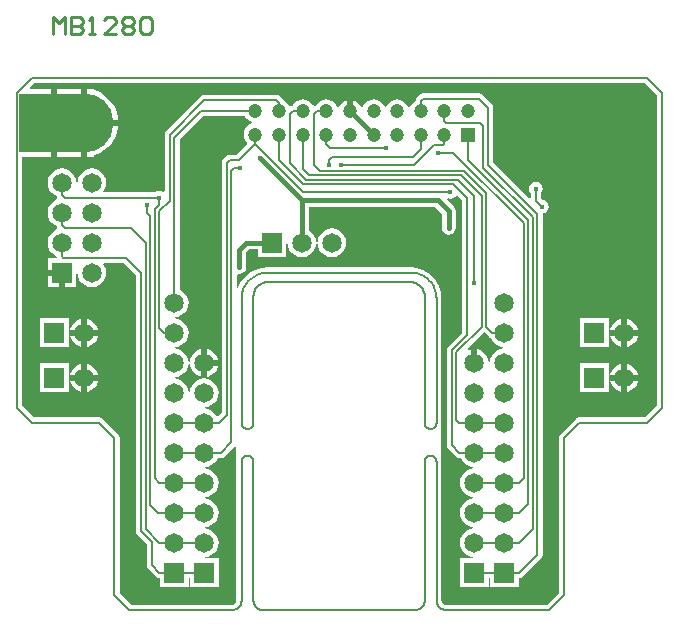
<source format=gbr>
%FSTAX23Y23*%
%MOIN*%
%SFA1B1*%

%IPPOS*%
%ADD18R,0.236220X0.196850*%
%ADD19C,0.005000*%
%ADD20C,0.015000*%
%ADD21C,0.010000*%
%ADD22C,0.065000*%
%ADD23R,0.065000X0.065000*%
%ADD24C,0.047240*%
%ADD25R,0.047240X0.047240*%
%ADD26R,0.065000X0.065000*%
%ADD27C,0.196850*%
%ADD28C,0.016000*%
%LNmb1280-1*%
%LPD*%
G36*
X01572Y-00862D02*
D01*
X01575Y-00864*
X01578Y-00866*
X0158Y-00866*
X01583Y-00873*
X01591Y-00883*
X01601Y-00891*
X01612Y-00896*
X01621Y-00897*
Y-00902*
X01612Y-00903*
X01601Y-00908*
X01591Y-00916*
X01583Y-00926*
X01578Y-00937*
X01577Y-00946*
X01572*
X01571Y-00937*
X01566Y-00926*
X01558Y-00916*
X01548Y-00908*
X01537Y-00903*
X01535Y-00903*
Y-0095*
X01515*
Y-00903*
X01512Y-00903*
X01505Y-00906*
X01502Y-00902*
X01557Y-00847*
X01572Y-00862*
G37*
G36*
X00761Y-0013D02*
X00768Y-00138D01*
X00776Y-00144*
X00783Y-00147*
Y-00152*
X00776Y-00155*
X00768Y-00161*
X00761Y-00169*
X00758Y-00179*
X00756Y-00189*
X00758Y-00199*
X00761Y-00208*
X00768Y-00216*
X00768Y-00221*
X00732Y-00257*
X0071*
X00703Y-00258*
X00697Y-00262*
X00687Y-00272*
X00683Y-00278*
X00682Y-00285*
Y-01117*
X00671Y-01127*
X00666Y-01127*
X00666Y-01126*
X00658Y-01116*
X00648Y-01108*
X00637Y-01103*
X00628Y-01102*
Y-01097*
X00637Y-01096*
X00648Y-01091*
X00658Y-01083*
X00666Y-01073*
X00671Y-01062*
X00672Y-0105*
X00671Y-01037*
X00666Y-01026*
X00658Y-01016*
X00648Y-01008*
X00637Y-01003*
X00628Y-01002*
X00625Y-01002*
X00621Y-01002*
X00612Y-01003*
X00601Y-01008*
X00591Y-01016*
X00583Y-01026*
X00578Y-01037*
X00577Y-01046*
X00572*
X00571Y-01037*
X00566Y-01026*
X00558Y-01016*
X00548Y-01008*
X00537Y-01003*
X00528Y-01002*
Y-00997*
X00537Y-00996*
X00548Y-00991*
X00558Y-00983*
X00566Y-00973*
X00571Y-00962*
X00572Y-00953*
X00577*
X00578Y-00962*
X00583Y-00973*
X00591Y-00983*
X00601Y-00991*
X00612Y-00996*
X00615Y-00996*
Y-0095*
Y-00903*
X00612Y-00903*
X00601Y-00908*
X00591Y-00916*
X00583Y-00926*
X00578Y-00937*
X00577Y-00946*
X00572*
X00571Y-00937*
X00566Y-00926*
X00558Y-00916*
X00548Y-00908*
X00537Y-00903*
X00528Y-00902*
Y-00897*
X00537Y-00896*
X00548Y-00891*
X00558Y-00883*
X00566Y-00873*
X00571Y-00862*
X00572Y-0085*
X00571Y-00837*
X00566Y-00826*
X00558Y-00816*
X00548Y-00808*
X00537Y-00803*
X00528Y-00802*
Y-00797*
X00537Y-00796*
X00548Y-00791*
X00558Y-00783*
X00566Y-00773*
X00571Y-00762*
X00572Y-0075*
X00571Y-00737*
X00566Y-00726*
X00558Y-00716*
X00548Y-00708*
X00542Y-00705*
Y-00207*
X00621Y-00128*
X00761*
X00761Y-0013*
G37*
G36*
X02132Y-00057D02*
Y-01092D01*
X02092Y-01132*
X01875*
X01868Y-01133*
X01865Y-01135*
X01862Y-01137*
X01812Y-01187*
X01808Y-01193*
X01807Y-012*
Y-01717*
X01767Y-01757*
X01435*
X01433Y-01757*
X01431Y-01757*
X01431Y-01757*
X01425Y-01756*
X0142Y-01752*
X01416Y-01747*
X01415Y-01742*
X01415Y-01741*
Y-0128*
Y-00734*
X01415*
X01413Y-00714*
X01408Y-00695*
X01398Y-00677*
X01385Y-00662*
X0137Y-00649*
X01352Y-0064*
X01333Y-00634*
X01313Y-00632*
Y-00632*
X00834*
X00834Y-00632*
X00818Y-00633*
X00802Y-00637*
X00787Y-00643*
X00773Y-00652*
X00761Y-00663*
X0075Y-00675*
X00741Y-00689*
X00737Y-00699*
X00732Y-00698*
Y-00656*
X00736Y-00653*
X0074Y-00653*
X00749Y-00652*
X00757Y-00647*
X00762Y-00639*
X00763Y-0063*
X00763Y-00627*
Y-00583*
X00774Y-00572*
X00802*
Y-00597*
X00897*
Y-00553*
X00902Y-00553*
X00903Y-00562*
X00908Y-00573*
X00916Y-00583*
X00926Y-00591*
X00937Y-00596*
X0095Y-00597*
X00962Y-00596*
X00973Y-00591*
X00983Y-00583*
X00991Y-00573*
X00996Y-00562*
X00997Y-00553*
X01002*
X01003Y-00562*
X01008Y-00573*
X01016Y-00583*
X01026Y-00591*
X01037Y-00596*
X0105Y-00597*
X01062Y-00596*
X01073Y-00591*
X01083Y-00583*
X01091Y-00573*
X01096Y-00562*
X01097Y-0055*
X01096Y-00537*
X01091Y-00526*
X01083Y-00516*
X01073Y-00508*
X01062Y-00503*
X0105Y-00502*
X01037Y-00503*
X01026Y-00508*
X01016Y-00516*
X01008Y-00526*
X01003Y-00537*
X01002Y-00546*
X00997*
X00996Y-00537*
X00991Y-00526*
X00983Y-00516*
X00973Y-00508*
X00972Y-00508*
Y-0043*
X01393*
X01417Y-00454*
Y-00497*
X01416Y-005*
X01418Y-00508*
X01423Y-00516*
X01431Y-00521*
X0144Y-00523*
X01448Y-00521*
X01456Y-00516*
X01461Y-00508*
X01463Y-005*
X01462Y-00497*
Y-00445*
X01461Y-00436*
X01456Y-00428*
X01433Y-00405*
X01436Y-00401*
X01445Y-00403*
X01453Y-00401*
X01461Y-00396*
X01463Y-00394*
X01468Y-00393*
X01482Y-00407*
Y-00851*
X01437Y-00896*
X01433Y-00901*
X01432Y-00908*
Y-01225*
X01433Y-01231*
X01437Y-01237*
X01462Y-01262*
X01468Y-01266*
X01475Y-01267*
X0148*
X01483Y-01273*
X01491Y-01283*
X01501Y-01291*
X01512Y-01296*
X01521Y-01297*
Y-01302*
X01512Y-01303*
X01501Y-01308*
X01491Y-01316*
X01483Y-01326*
X01478Y-01337*
X01477Y-0135*
X01478Y-01362*
X01483Y-01373*
X01491Y-01383*
X01501Y-01391*
X01512Y-01396*
X01521Y-01397*
Y-01402*
X01512Y-01403*
X01501Y-01408*
X01491Y-01416*
X01483Y-01426*
X01478Y-01437*
X01477Y-0145*
X01478Y-01462*
X01483Y-01473*
X01491Y-01483*
X01501Y-01491*
X01512Y-01496*
X01521Y-01497*
Y-01502*
X01512Y-01503*
X01501Y-01508*
X01491Y-01516*
X01483Y-01526*
X01478Y-01537*
X01477Y-0155*
X01478Y-01562*
X01483Y-01573*
X01491Y-01583*
X01501Y-01591*
X01512Y-01596*
X01521Y-01597*
X01521Y-01602*
X01477*
Y-01697*
X01572*
Y-01667*
X01577*
Y-01697*
X01672*
Y-01667*
X01675*
X01681Y-01666*
X01687Y-01662*
X01747Y-01602*
X01751Y-01596*
X01752Y-0159*
Y-00455*
X01752Y-00452*
X01758Y-00451*
X01766Y-00446*
X01771Y-00438*
X01773Y-0043*
X01771Y-00421*
X01766Y-00413*
X01758Y-00408*
X01752Y-00406*
X01747Y-00402*
Y-00384*
X01751Y-00378*
X01753Y-0037*
X01751Y-00361*
X01746Y-00353*
X01738Y-00348*
X0173Y-00346*
X01721Y-00348*
X01713Y-00353*
X01708Y-00361*
X01706Y-0037*
X01708Y-00378*
X01712Y-00384*
Y-004*
X01707Y-00402*
X01587Y-00282*
Y-001*
X01586Y-00093*
X01582Y-00087*
X01552Y-00057*
X01546Y-00053*
X0154Y-00052*
X01355*
X01348Y-00053*
X01345Y-00055*
X01342Y-00057*
X01334Y-00065*
X0133Y-00071*
X01329Y-00076*
X01327Y-00076*
X01319Y-00083*
X01313Y-00091*
X01309Y-00098*
X01304*
X01301Y-00091*
X01295Y-00083*
X01287Y-00076*
X01278Y-00073*
X01268Y-00071*
X01258Y-00073*
X01248Y-00076*
X0124Y-00083*
X01234Y-00091*
X01231Y-00098*
X01226*
X01223Y-00091*
X01216Y-00083*
X01208Y-00076*
X01199Y-00073*
X01189Y-00071*
X01179Y-00073*
X01169Y-00076*
X01161Y-00083*
X01155Y-00091*
X01152Y-00098*
X01147*
X01144Y-00091*
X01138Y-00083*
X0113Y-00076*
X0112Y-00073*
X0112Y-00072*
Y-0011*
X011*
Y-00072*
X011Y-00073*
X01091Y-00076*
X01083Y-00083*
X01076Y-00091*
X01073Y-00098*
X01068*
X01065Y-00091*
X01059Y-00083*
X01051Y-00076*
X01041Y-00073*
X01031Y-00071*
X01021Y-00073*
X01012Y-00076*
X01004Y-00083*
X00998Y-00091*
X00997Y-00093*
X00992Y-00094*
X00992Y-00094*
X00987Y-00092*
X00986Y-00091*
X0098Y-00083*
X00972Y-00076*
X00963Y-00073*
X00953Y-00071*
X00943Y-00073*
X00933Y-00076*
X00925Y-00083*
X00919Y-00091*
X00918Y-00093*
X00913Y-00094*
X00909Y-00095*
X00908Y-00091*
X00901Y-00083*
X00893Y-00076*
X0089Y-00075*
X00887Y-0007*
X00878Y-00061*
X00872Y-00058*
X00865Y-00056*
X00625*
X00618Y-00058*
X00612Y-00061*
X00497Y-00177*
X00493Y-00183*
X00492Y-0019*
Y-00378*
X00487Y-0038*
X00483Y-00378*
X00475Y-00376*
X00466Y-00378*
X0046Y-00382*
X0029*
X00288Y-00377*
X00291Y-00373*
X00296Y-00362*
X00297Y-0035*
X00296Y-00337*
X00291Y-00326*
X00283Y-00316*
X00273Y-00308*
X00262Y-00303*
X0025Y-00302*
X00237Y-00303*
X00226Y-00308*
X00216Y-00316*
X00208Y-00326*
X00203Y-00337*
X00202Y-00346*
X00197*
X00196Y-00337*
X00191Y-00326*
X00183Y-00316*
X00173Y-00308*
X00162Y-00303*
X0015Y-00302*
X00137Y-00303*
X00126Y-00308*
X00116Y-00316*
X00108Y-00326*
X00103Y-00337*
X00102Y-0035*
X00103Y-00362*
X00108Y-00373*
X00116Y-00383*
X00126Y-00391*
X00133Y-00394*
X00133Y-00396*
X00135Y-004*
X00134Y-00405*
X00126Y-00408*
X00116Y-00416*
X00108Y-00426*
X00103Y-00437*
X00102Y-0045*
X00103Y-00462*
X00108Y-00473*
X00116Y-00483*
X00126Y-00491*
X00133Y-00494*
X00133Y-00496*
X00135Y-005*
X00134Y-00505*
X00126Y-00508*
X00116Y-00516*
X00108Y-00526*
X00103Y-00537*
X00102Y-0055*
X00103Y-00562*
X00108Y-00573*
X00116Y-00583*
X00126Y-00591*
X00131Y-00593*
X00132Y-00598*
X00129Y-00602*
X00102*
Y-0064*
X0015*
Y-0065*
X0016*
Y-00697*
X00197*
Y-00653*
X00202Y-00653*
X00203Y-00662*
X00208Y-00673*
X00216Y-00683*
X00226Y-00691*
X00237Y-00696*
X0025Y-00697*
X00262Y-00696*
X00273Y-00691*
X00283Y-00683*
X00291Y-00673*
X00296Y-00662*
X00297Y-0065*
X00296Y-00637*
X00291Y-00626*
X00288Y-00622*
X0029Y-00617*
X00357*
X00397Y-00657*
Y-01511*
X00398Y-01518*
X00402Y-01523*
X00432Y-01553*
Y-01625*
X00433Y-01631*
X00437Y-01637*
X00462Y-01662*
X00468Y-01666*
X00475Y-01667*
X00477*
Y-01697*
X00572*
Y-01667*
X00577*
Y-01697*
X00672*
Y-01602*
X00628*
X00628Y-01597*
X00637Y-01596*
X00648Y-01591*
X00658Y-01583*
X00666Y-01573*
X00671Y-01562*
X00672Y-0155*
X00671Y-01537*
X00666Y-01526*
X00658Y-01516*
X00648Y-01508*
X00637Y-01503*
X00628Y-01502*
Y-01497*
X00637Y-01496*
X00648Y-01491*
X00658Y-01483*
X00666Y-01473*
X00671Y-01462*
X00672Y-0145*
X00671Y-01437*
X00666Y-01426*
X00658Y-01416*
X00648Y-01408*
X00637Y-01403*
X00628Y-01402*
Y-01397*
X00637Y-01396*
X00648Y-01391*
X00658Y-01383*
X00666Y-01373*
X00671Y-01362*
X00672Y-0135*
X00671Y-01337*
X00666Y-01326*
X00658Y-01316*
X00648Y-01308*
X00637Y-01303*
X00628Y-01302*
Y-01297*
X00637Y-01296*
X00648Y-01291*
X00658Y-01283*
X00666Y-01273*
X00669Y-01267*
X0068*
X00686Y-01266*
X00692Y-01262*
X00725Y-01229*
X00729Y-01231*
X0073Y-01231*
Y-0128*
Y-01741*
X0073Y-01742*
X00729Y-01747*
X00726Y-01752*
X0072Y-01756*
X00715Y-01757*
X00715Y-01757*
X00382*
X00342Y-01717*
Y-012*
X00341Y-01193*
X00339Y-0119*
X00337Y-01187*
X00287Y-01137*
X00281Y-01133*
X00275Y-01132*
X00057*
X00017Y-01092*
Y-00263*
X00115*
Y-0015*
Y-00036*
X00045*
X00043Y-00031*
X00057Y-00017*
X02092*
X02132Y-00057*
G37*
%LNmb1280-2*%
%LPC*%
G36*
X00235Y-00953D02*
Y-0099D01*
X00271*
X00271Y-00987*
X00266Y-00976*
X00258Y-00966*
X00248Y-00958*
X00237Y-00953*
X00235Y-00953*
G37*
G36*
X00215D02*
X00212Y-00953D01*
X00201Y-00958*
X00191Y-00966*
X00183Y-00976*
X00178Y-00987*
X00178Y-0099*
X00215*
Y-00953*
G37*
G36*
X02015D02*
X02012Y-00953D01*
X02001Y-00958*
X01991Y-00966*
X01983Y-00976*
X01978Y-00987*
X01978Y-0099*
X02015*
Y-00953*
G37*
G36*
X00635Y-00903D02*
Y-0094D01*
X00671*
X00671Y-00937*
X00666Y-00926*
X00658Y-00916*
X00648Y-00908*
X00637Y-00903*
X00635Y-00903*
G37*
G36*
X02035Y-00953D02*
Y-0099D01*
X02071*
X02071Y-00987*
X02066Y-00976*
X02058Y-00966*
X02048Y-00958*
X02037Y-00953*
X02035Y-00953*
G37*
G36*
X00671Y-0096D02*
X00635D01*
Y-00996*
X00637Y-00996*
X00648Y-00991*
X00658Y-00983*
X00666Y-00973*
X00671Y-00962*
X00671Y-0096*
G37*
G36*
X00215Y-0101D02*
X00178D01*
X00178Y-01012*
X00183Y-01023*
X00191Y-01033*
X00201Y-01041*
X00212Y-01046*
X00215Y-01046*
Y-0101*
G37*
G36*
X01972Y-00952D02*
X01877D01*
Y-01047*
X01972*
Y-01003*
Y-00996*
Y-00952*
G37*
G36*
X00172D02*
X00077D01*
Y-01047*
X00172*
Y-01003*
Y-00996*
Y-00952*
G37*
G36*
X02071Y-0101D02*
X02035D01*
Y-01046*
X02037Y-01046*
X02048Y-01041*
X02058Y-01033*
X02066Y-01023*
X02071Y-01012*
X02071Y-0101*
G37*
G36*
X02015D02*
X01978D01*
X01978Y-01012*
X01983Y-01023*
X01991Y-01033*
X02001Y-01041*
X02012Y-01046*
X02015Y-01046*
Y-0101*
G37*
G36*
X00271D02*
X00235D01*
Y-01046*
X00237Y-01046*
X00248Y-01041*
X00258Y-01033*
X00266Y-01023*
X00271Y-01012*
X00271Y-0101*
G37*
G36*
X02035Y-00803D02*
Y-0084D01*
X02071*
X02071Y-00837*
X02066Y-00826*
X02058Y-00816*
X02048Y-00808*
X02037Y-00803*
X02035Y-00803*
G37*
G36*
X02015D02*
X02012Y-00803D01*
X02001Y-00808*
X01991Y-00816*
X01983Y-00826*
X01978Y-00837*
X01978Y-0084*
X02015*
Y-00803*
G37*
G36*
X00235D02*
Y-0084D01*
X00271*
X00271Y-00837*
X00266Y-00826*
X00258Y-00816*
X00248Y-00808*
X00237Y-00803*
X00235Y-00803*
G37*
G36*
X0014Y-0066D02*
X00102D01*
Y-00697*
X0014*
Y-0066*
G37*
G36*
X00258Y-00036D02*
X00235D01*
Y-0014*
X00337*
X00337Y-00132*
X00333Y-00114*
X00326Y-00098*
X00317Y-00083*
X00305Y-00069*
X00291Y-00057*
X00276Y-00048*
X0026Y-00041*
X00258Y-00041*
Y-00036*
G37*
G36*
X00337Y-0016D02*
X00235D01*
Y-00263*
X00258*
Y-00258*
X0026Y-00258*
X00276Y-00251*
X00291Y-00242*
X00305Y-0023*
X00317Y-00216*
X00326Y-00201*
X00333Y-00185*
X00337Y-00167*
X00337Y-0016*
G37*
G36*
X00215Y-00036D02*
X00135D01*
Y-0015*
Y-00263*
X00215*
Y-0015*
Y-00036*
G37*
G36*
Y-0086D02*
X00178D01*
X00178Y-00862*
X00183Y-00873*
X00191Y-00883*
X00201Y-00891*
X00212Y-00896*
X00215Y-00896*
Y-0086*
G37*
G36*
X01972Y-00802D02*
X01877D01*
Y-00897*
X01972*
Y-00853*
Y-00846*
Y-00802*
G37*
G36*
X00172D02*
X00077D01*
Y-00897*
X00172*
Y-00853*
Y-00846*
Y-00802*
G37*
G36*
X00271Y-0086D02*
X00235D01*
Y-00896*
X00237Y-00896*
X00248Y-00891*
X00258Y-00883*
X00266Y-00873*
X00271Y-00862*
X00271Y-0086*
G37*
G36*
X00215Y-00803D02*
X00212Y-00803D01*
X00201Y-00808*
X00191Y-00816*
X00183Y-00826*
X00178Y-00837*
X00178Y-0084*
X00215*
Y-00803*
G37*
G36*
X02071Y-0086D02*
X02035D01*
Y-00896*
X02037Y-00896*
X02048Y-00891*
X02058Y-00883*
X02066Y-00873*
X02071Y-00862*
X02071Y-0086*
G37*
G36*
X02015D02*
X01978D01*
X01978Y-00862*
X01983Y-00873*
X01991Y-00883*
X02001Y-00891*
X02012Y-00896*
X02015Y-00896*
Y-0086*
G37*
%LNmb1280-3*%
%LPD*%
G54D18*
X00125Y-0015D03*
G54D19*
X0046Y-00438D02*
X00475Y-00423D01*
X0046Y-01335D02*
Y-00438D01*
X00475Y-00445D02*
X0051Y-0041D01*
X00475Y-00835D02*
Y-00445D01*
Y-00423D02*
Y-004D01*
X0051Y-0041D02*
Y-0019D01*
X0015Y-0039D02*
Y-0035D01*
Y-0039D02*
X0016Y-004D01*
X00475*
X00435Y-0045D02*
Y-00425D01*
Y-0045D02*
X00445Y-0046D01*
Y-01425D02*
Y-0046D01*
X0051Y-0019D02*
X00625Y-00074D01*
X00525Y-0135D02*
X00625D01*
X00475D02*
X00525D01*
X0046Y-01335D02*
X00475Y-0135D01*
X00525Y-0145D02*
X00625D01*
X0047D02*
X00525D01*
X00445Y-01425D02*
X0047Y-0145D01*
X0105Y-00265D02*
X0132D01*
X0104Y-0029D02*
Y-00275D01*
X0105Y-00265*
X00475Y-00835D02*
X0049Y-0085D01*
X00525*
X01324Y-0029D02*
X01389Y-00225D01*
X0142D02*
X01425Y-00219D01*
X01389Y-00225D02*
X0142D01*
X01425Y-00219D02*
Y-00189D01*
X0132Y-00265D02*
X01346Y-00238D01*
Y-00189*
X01045Y-00235D02*
X0123D01*
X01031Y-00221D02*
X01045Y-00235D01*
X01031Y-00221D02*
Y-00189D01*
X0099Y-0029D02*
Y-0012D01*
X0101Y-0031D02*
X0149D01*
X0099Y-0029D02*
X0101Y-0031D01*
X0099Y-0012D02*
X00999Y-0011D01*
X01031*
X0091Y-00285D02*
X00965Y-0034D01*
X0091Y-00285D02*
Y-0012D01*
X00919Y-0011*
X00953*
X00625Y-00074D02*
X00865D01*
X00874Y-00083*
Y-0011D02*
Y-00083D01*
X015Y-00858D02*
Y-004D01*
X0145Y-01225D02*
Y-00908D01*
X015Y-00858*
X0155Y-0083D02*
Y-00395D01*
X01465Y-0114D02*
Y-00915D01*
X0155Y-0083*
X007Y-01125D02*
Y-00285D01*
X00715Y-01215D02*
Y-0031D01*
X00675Y-0115D02*
X007Y-01125D01*
X0068Y-0125D02*
X00715Y-01215D01*
X0173Y-0041D02*
X0175Y-0043D01*
X0173Y-0041D02*
Y-0037D01*
X0154Y-0007D02*
X0157Y-001D01*
Y-0029D02*
Y-001D01*
Y-0029D02*
X01735Y-00455D01*
Y-0159D02*
Y-00455D01*
X01545Y-0015D02*
X01555Y-0016D01*
Y-003D02*
Y-0016D01*
Y-003D02*
X0172Y-00465D01*
Y-01505D02*
Y-00465D01*
X01504Y-00274D02*
Y-00189D01*
Y-00274D02*
X01705Y-00475D01*
Y-0142D02*
Y-00475D01*
X01405Y-0025D02*
X01455D01*
X0169Y-00485*
Y-01335D02*
Y-00485D01*
X0147Y-0034D02*
X01525Y-00395D01*
Y-00685D02*
Y-00395D01*
X01565Y-0083D02*
Y-00385D01*
Y-0083D02*
X01585Y-0085D01*
X01625*
X0149Y-0031D02*
X01565Y-00385D01*
X00975Y-00325D02*
X0148D01*
X0155Y-00395*
X00965Y-0034D02*
X0147D01*
X01355Y-0007D02*
X0154D01*
X01346Y-0011D02*
Y-00078D01*
X01355Y-0007*
X01675Y-0165D02*
X01735Y-0159D01*
X01625Y-0165D02*
X01675D01*
X01525D02*
X01625D01*
X0143Y-0015D02*
X01545D01*
X01625Y-0155D02*
X01675D01*
X01525D02*
X01625D01*
X01425Y-00145D02*
Y-0011D01*
Y-00145D02*
X0143Y-0015D01*
X01675Y-0155D02*
X0172Y-01505D01*
X01625Y-0145D02*
X01675D01*
X01705Y-0142*
X01625Y-0135D02*
X01675D01*
X01525D02*
X01625D01*
X01675D02*
X0169Y-01335D01*
X00155Y-006D02*
X00365D01*
X00475Y-0165D02*
X00525D01*
X0045Y-01625D02*
X00475Y-0165D01*
X0045Y-01625D02*
Y-01546D01*
X00415Y-01511D02*
X0045Y-01546D01*
X00415Y-01511D02*
Y-0065D01*
X00365Y-006D02*
X00415Y-0065D01*
X0015Y-00595D02*
Y-0055D01*
Y-00595D02*
X00155Y-006D01*
X0016Y-005D02*
X0038D01*
X0043Y-01505D02*
X00475Y-0155D01*
X0043Y-01505D02*
Y-0055D01*
X0038Y-005D02*
X0043Y-0055D01*
X0015Y-0049D02*
Y-0045D01*
Y-0049D02*
X0016Y-005D01*
X0108Y-0029D02*
X01324D01*
X00953Y-00303D02*
Y-00189D01*
Y-00303D02*
X00975Y-00325D01*
X00955Y-00355D02*
X01455D01*
X00874Y-00274D02*
X00955Y-00355D01*
X00874Y-00274D02*
Y-00189D01*
X007Y-00285D02*
X0071Y-00275D01*
X0074*
X00794Y-0022*
X00795*
Y-00189*
X00955Y-0038D02*
X01445D01*
X00795Y-0022D02*
X00955Y-0038D01*
X00725Y-003D02*
X00745D01*
X00715Y-0031D02*
X00725Y-003D01*
X00625Y-0125D02*
X0068D01*
X0145Y-01225D02*
X01475Y-0125D01*
X01525*
X01465Y-0114D02*
X01475Y-0115D01*
X01525*
X01455Y-00355D02*
X015Y-004D01*
X00525Y-0075D02*
Y-002D01*
X00614Y-0011*
X00795*
X00525Y-0125D02*
X00625D01*
X00525Y-0115D02*
X00625D01*
X00675*
X00475Y-0155D02*
X00525D01*
X00625*
X00525Y-0165D02*
X00625D01*
X01525Y-0115D02*
X01625D01*
X01525Y-0125D02*
X01625D01*
X01525Y-0145D02*
X01625D01*
X01399Y-01741D02*
D01*
X01399Y-01744*
X01399Y-01746*
X01399Y-01748*
X014Y-0175*
X01401Y-01753*
X01401Y-01755*
X01402Y-01757*
X01404Y-01759*
X01405Y-01761*
X01406Y-01763*
X01408Y-01764*
X0141Y-01766*
X01411Y-01767*
X01413Y-01769*
X01415Y-0177*
X01417Y-01771*
X01419Y-01772*
X01422Y-01773*
X01424Y-01774*
X01426Y-01774*
X01428Y-01774*
X01431Y-01774*
X01432Y-01775*
X00749Y-0115D02*
D01*
X00749Y-01151*
X00749Y-01153*
X00749Y-01154*
X0075Y-01155*
X0075Y-01157*
X00751Y-01158*
X00751Y-01159*
X00752Y-0116*
X00753Y-01161*
X00754Y-01163*
X00754Y-01164*
X00755Y-01165*
X00756Y-01165*
X00758Y-01166*
X00759Y-01167*
X0076Y-01168*
X00761Y-01168*
X00763Y-01169*
X00764Y-01169*
X00765Y-01169*
X00767Y-01169*
X00768Y-0117*
X00769*
X00771Y-01169*
X00772Y-01169*
X00773Y-01169*
X00775Y-01169*
X00776Y-01168*
X00777Y-01168*
X00778Y-01167*
X0078Y-01166*
X00781Y-01165*
X00782Y-01165*
X00783Y-01164*
X00784Y-01163*
X00785Y-01161*
X00785Y-0116*
X00786Y-01159*
X00787Y-01158*
X00787Y-01157*
X00788Y-01155*
X00788Y-01154*
X00788Y-01153*
X00788Y-01151*
X00788Y-0115*
X00835Y-0065D02*
D01*
X00829Y-0065*
X00823Y-00651*
X00817Y-00652*
X00811Y-00653*
X00806Y-00655*
X008Y-00657*
X00795Y-0066*
X0079Y-00663*
X00785Y-00666*
X0078Y-0067*
X00775Y-00674*
X00771Y-00678*
X00767Y-00683*
X00764Y-00688*
X0076Y-00693*
X00758Y-00698*
X00755Y-00704*
X00753Y-0071*
X00751Y-00715*
X0075Y-00721*
X00749Y-00727*
X00749Y-00733*
X00749Y-00736*
X00835Y-00681D02*
D01*
X00832Y-00682*
X00829Y-00682*
X00825Y-00682*
X00822Y-00683*
X00819Y-00684*
X00816Y-00685*
X00813Y-00687*
X0081Y-00689*
X00808Y-0069*
X00805Y-00692*
X00803Y-00695*
X008Y-00697*
X00798Y-00699*
X00796Y-00702*
X00795Y-00705*
X00793Y-00708*
X00792Y-00711*
X00791Y-00714*
X0079Y-00717*
X00789Y-0072*
X00789Y-00723*
X00788Y-00727*
X00788Y-00728*
X01359D02*
D01*
X01359Y-00725*
X01359Y-00722*
X01358Y-00718*
X01357Y-00715*
X01356Y-00712*
X01355Y-00709*
X01354Y-00706*
X01352Y-00703*
X0135Y-00701*
X01348Y-00698*
X01346Y-00696*
X01344Y-00693*
X01341Y-00691*
X01338Y-00689*
X01336Y-00688*
X01333Y-00686*
X0133Y-00685*
X01327Y-00684*
X01324Y-00683*
X0132Y-00682*
X01317Y-00682*
X01314Y-00681*
X01312Y-00681*
X01399Y-00734D02*
D01*
X01398Y-00729*
X01398Y-00723*
X01397Y-00717*
X01395Y-00711*
X01393Y-00706*
X01391Y-007*
X01389Y-00695*
X01386Y-0069*
X01382Y-00685*
X01379Y-0068*
X01375Y-00676*
X01371Y-00672*
X01366Y-00668*
X01361Y-00664*
X01356Y-00661*
X01351Y-00658*
X01346Y-00656*
X0134Y-00654*
X01334Y-00652*
X01329Y-00651*
X01323Y-0065*
X01317Y-0065*
X01314Y-0065*
X01359Y-0115D02*
D01*
X01359Y-01151*
X01359Y-01153*
X0136Y-01154*
X0136Y-01155*
X0136Y-01157*
X01361Y-01158*
X01361Y-01159*
X01362Y-0116*
X01363Y-01161*
X01364Y-01163*
X01365Y-01164*
X01366Y-01165*
X01367Y-01165*
X01368Y-01166*
X01369Y-01167*
X0137Y-01168*
X01371Y-01168*
X01373Y-01169*
X01374Y-01169*
X01375Y-01169*
X01377Y-01169*
X01378Y-0117*
X0138*
X01381Y-01169*
X01382Y-01169*
X01384Y-01169*
X01385Y-01169*
X01386Y-01168*
X01387Y-01168*
X01389Y-01167*
X0139Y-01166*
X01391Y-01165*
X01392Y-01165*
X01393Y-01164*
X01394Y-01163*
X01395Y-01161*
X01396Y-0116*
X01396Y-01159*
X01397Y-01158*
X01397Y-01157*
X01398Y-01155*
X01398Y-01154*
X01398Y-01153*
X01398Y-01151*
X01399Y-0115*
Y-01278D02*
D01*
X01398Y-01277*
X01398Y-01276*
X01398Y-01274*
X01398Y-01273*
X01397Y-01272*
X01397Y-0127*
X01396Y-01269*
X01396Y-01268*
X01395Y-01267*
X01394Y-01266*
X01393Y-01265*
X01392Y-01264*
X01391Y-01263*
X0139Y-01262*
X01389Y-01261*
X01387Y-01261*
X01386Y-0126*
X01385Y-0126*
X01384Y-01259*
X01382Y-01259*
X01381Y-01259*
X0138Y-01259*
X01378*
X01377Y-01259*
X01375Y-01259*
X01374Y-01259*
X01373Y-0126*
X01371Y-0126*
X0137Y-01261*
X01369Y-01261*
X01368Y-01262*
X01367Y-01263*
X01366Y-01264*
X01365Y-01265*
X01364Y-01266*
X01363Y-01267*
X01362Y-01268*
X01361Y-01269*
X01361Y-0127*
X0136Y-01272*
X0136Y-01273*
X0136Y-01274*
X01359Y-01276*
X01359Y-01277*
X01359Y-01278*
X00716Y-01775D02*
D01*
X00718Y-01774*
X0072Y-01774*
X00723Y-01774*
X00725Y-01773*
X00727Y-01772*
X00729Y-01772*
X00731Y-01771*
X00733Y-01769*
X00735Y-01768*
X00737Y-01767*
X00739Y-01765*
X0074Y-01763*
X00742Y-01762*
X00743Y-0176*
X00744Y-01758*
X00746Y-01756*
X00746Y-01754*
X00747Y-01751*
X00748Y-01749*
X00748Y-01747*
X00749Y-01745*
X00749Y-01742*
X00749Y-01741*
X00788Y-01278D02*
D01*
X00788Y-01277*
X00788Y-01276*
X00788Y-01274*
X00788Y-01273*
X00787Y-01272*
X00787Y-0127*
X00786Y-01269*
X00785Y-01268*
X00785Y-01267*
X00784Y-01266*
X00783Y-01265*
X00782Y-01264*
X00781Y-01263*
X0078Y-01262*
X00778Y-01261*
X00777Y-01261*
X00776Y-0126*
X00775Y-0126*
X00773Y-01259*
X00772Y-01259*
X00771Y-01259*
X00769Y-01259*
X00768*
X00767Y-01259*
X00765Y-01259*
X00764Y-01259*
X00763Y-0126*
X00761Y-0126*
X0076Y-01261*
X00759Y-01261*
X00758Y-01262*
X00756Y-01263*
X00755Y-01264*
X00754Y-01265*
X00754Y-01266*
X00753Y-01267*
X00752Y-01268*
X00751Y-01269*
X00751Y-0127*
X0075Y-01272*
X0075Y-01273*
X00749Y-01274*
X00749Y-01276*
X00749Y-01277*
X00749Y-01278*
X00788Y-01741D02*
D01*
X00788Y-01744*
X00789Y-01746*
X00789Y-01748*
X0079Y-0175*
X0079Y-01753*
X00791Y-01755*
X00792Y-01757*
X00793Y-01759*
X00795Y-01761*
X00796Y-01763*
X00798Y-01764*
X00799Y-01766*
X00801Y-01767*
X00803Y-01769*
X00805Y-0177*
X00807Y-01771*
X00809Y-01772*
X00811Y-01773*
X00814Y-01774*
X00816Y-01774*
X00818Y-01774*
X0082Y-01774*
X00822Y-01775*
X01326D02*
D01*
X01328Y-01774*
X0133Y-01774*
X01333Y-01774*
X01335Y-01773*
X01337Y-01772*
X01339Y-01772*
X01341Y-01771*
X01343Y-01769*
X01345Y-01768*
X01347Y-01767*
X01349Y-01765*
X01351Y-01763*
X01352Y-01762*
X01353Y-0176*
X01355Y-01758*
X01356Y-01756*
X01357Y-01754*
X01358Y-01751*
X01358Y-01749*
X01359Y-01747*
X01359Y-01745*
X01359Y-01742*
X01359Y-01741*
X00749Y-0115D02*
Y-00736D01*
X00788Y-0115D02*
Y-00728D01*
X00835Y-00681D02*
X01312D01*
X00835Y-0065D02*
X01314D01*
X01359Y-0115D02*
Y-00728D01*
X01399Y-0115D02*
Y-00734D01*
X00275Y-0115D02*
X00325Y-012D01*
X0005Y-0115D02*
X00275D01*
X0Y-011D02*
X0005Y-0115D01*
X01875D02*
X021D01*
X0215Y-011*
X01825Y-012D02*
X01875Y-0115D01*
X01359Y-01741D02*
Y-0128D01*
X01399D02*
X01399Y-01741D01*
X00749D02*
Y-0128D01*
X00788Y-01741D02*
Y-0128D01*
X00822Y-01775D02*
X01326D01*
X0Y-0005D02*
X0005Y0D01*
X0Y-011D02*
Y-0005D01*
X00375Y-01775D02*
X00716D01*
X00325Y-01725D02*
X00375Y-01775D01*
X00325Y-01725D02*
Y-012D01*
X01775Y-01775D02*
X01825Y-01725D01*
X01432Y-01775D02*
X01775D01*
X01825Y-01725D02*
Y-012D01*
X0005Y0D02*
X021D01*
X0215Y-0005*
Y-011D02*
Y-0005D01*
G54D20*
X0111Y-0011D02*
X01189Y-00189D01*
X00765Y-0055D02*
X00821D01*
X0074Y-0063D02*
Y-00574D01*
X00765Y-0055*
X00821D02*
X0085D01*
X0144Y-005D02*
Y-00445D01*
X01402Y-00407D02*
X0144Y-00445D01*
X0095Y-00407D02*
X01402D01*
X0081Y-00267D02*
X0095Y-00407D01*
Y-0055D02*
Y-00407D01*
G54D21*
X0012Y00145D02*
Y00204D01*
X00139Y00184*
X00159Y00204*
Y00145*
X00179Y00204D02*
Y00145D01*
X00209*
X00219Y00155*
Y00164*
X00209Y00174*
X00179*
X00209*
X00219Y00184*
Y00194*
X00209Y00204*
X00179*
X00239Y00145D02*
X00259D01*
X00249*
Y00204*
X00239Y00194*
X00329Y00145D02*
X00289D01*
X00329Y00184*
Y00194*
X00319Y00204*
X00299*
X00289Y00194*
X00349D02*
X00359Y00204D01*
X00379*
X00389Y00194*
Y00184*
X00379Y00174*
X00389Y00164*
Y00155*
X00379Y00145*
X00359*
X00349Y00155*
Y00164*
X00359Y00174*
X00349Y00184*
Y00194*
X00359Y00174D02*
X00379D01*
X00409Y00194D02*
X00419Y00204D01*
X00439*
X00449Y00194*
Y00155*
X00439Y00145*
X00419*
X00409Y00155*
Y00194*
G54D22*
X01525Y-0135D03*
Y-0155D03*
Y-0125D03*
Y-0115D03*
Y-0105D03*
Y-0095D03*
Y-0145D03*
X00625D03*
Y-0095D03*
Y-0105D03*
Y-0115D03*
Y-0125D03*
Y-0155D03*
Y-0135D03*
X0015Y-0055D03*
Y-0045D03*
Y-0035D03*
X0025Y-0065D03*
Y-0055D03*
Y-0045D03*
Y-0035D03*
X01625Y-0105D03*
Y-0085D03*
Y-0075D03*
Y-0115D03*
Y-0095D03*
Y-0125D03*
Y-0135D03*
Y-0145D03*
Y-0155D03*
X00525D03*
Y-0145D03*
Y-0135D03*
Y-0125D03*
Y-0095D03*
Y-0115D03*
Y-0075D03*
Y-0085D03*
Y-0105D03*
X00225Y-01D03*
X02025D03*
X0095Y-0055D03*
X0105D03*
X02025Y-0085D03*
X00225D03*
G54D23*
X01525Y-0165D03*
X00625D03*
X0015Y-0065D03*
X01625Y-0165D03*
X00525D03*
X00125Y-01D03*
X01925D03*
Y-0085D03*
X00125D03*
G54D24*
X00795Y-0011D03*
X00874D03*
X00953D03*
X01031D03*
X0111D03*
X01189D03*
X01268D03*
X01346D03*
X01425D03*
X01504D03*
X00795Y-00189D03*
X00874D03*
X00953D03*
X01031D03*
X0111D03*
X01189D03*
X01268D03*
X01346D03*
X01425D03*
G54D25*
X01504Y-00189D03*
G54D26*
X0085Y-0055D03*
G54D27*
X00225Y-0015D03*
G54D28*
X00435Y-00425D03*
X00475Y-004D03*
X0146Y-0079D03*
X01775Y-0095D03*
X0105Y-00475D03*
X00695Y-00175D03*
X0074Y-0063D03*
X0173Y-0037D03*
X0175Y-0043D03*
X01525Y-00685D03*
X0144Y-005D03*
X0188Y-0049D03*
X0123Y-00235D03*
X0081Y-00267D03*
X00745Y-003D03*
X01405Y-0025D03*
X01445Y-0038D03*
X0104Y-0029D03*
X0108D03*
M02*
</source>
